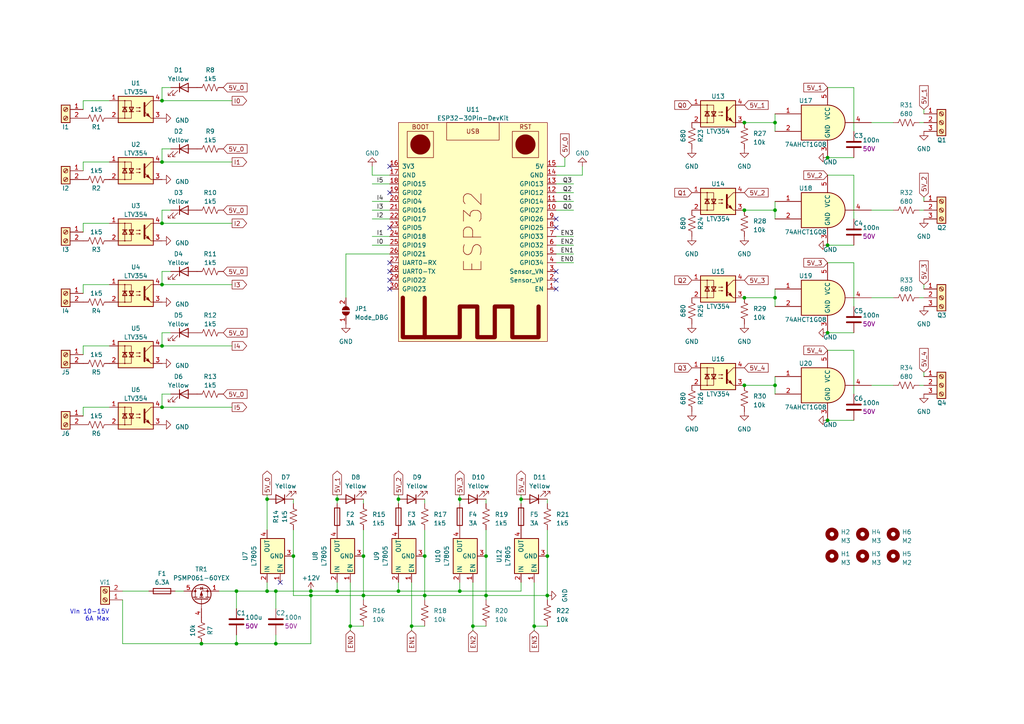
<source format=kicad_sch>
(kicad_sch (version 20230121) (generator eeschema)
  (paper "A4")
  (lib_symbols
    (symbol "4Pin Vreg:L7805" (pin_names (offset 0.254))
      (property "Reference" "U" (at -3.81 3.175 0))
      (property "Value" "L7805" (at 0 3.175 0))
      (symbol "L7805_1_1"
        (pin input line (at -7.62 -3.81 0) (length 2.54) (name "EN") (number "1"))
        (pin power_in line (at -7.62 0 0) (length 2.54) (name "IN") (number "2"))
        (pin power_in line (at 0 -7.62 90) (length 2.54) (name "GND") (number "3"))
        (pin power_out line (at 7.62 0 180) (length 2.54) (name "OUT") (number "4"))
      )
    )
    (symbol "74xGxx:74AHC1G08"
      (property "Reference" "U" (at -2.54 3.81 0))
      (property "Value" "74AHC1G08" (at 0 -3.81 0))
      (symbol "74AHC1G08_1_1"
        (pin input line (at -15.24 2.54 0) (length 7.62) (name "~") (number "1"))
        (pin input line (at -15.24 -2.54 0) (length 7.62) (name "~") (number "2"))
        (pin power_in line (at 0 -10.16 90) (length 5.08) (name "GND") (number "3"))
        (pin output line (at 12.7 0 180) (length 7.62) (name "~") (number "4"))
        (pin power_in line (at 0 10.16 270) (length 5.08) (name "VCC") (number "5"))
      )
    )
    (symbol "Connector:Screw_Terminal_01x02" (pin_names (offset 1.016) hide)
      (property "Reference" "J" (at 0 2.54 0))
      (property "Value" "Screw_Terminal_01x02" (at 0 -5.08 0))
      (symbol "Screw_Terminal_01x02_1_1"
        (pin passive line (at -5.08 0 0) (length 3.81) (name "Pin_1") (number "1"))
        (pin passive line (at -5.08 -2.54 0) (length 3.81) (name "Pin_2") (number "2"))
      )
    )
    (symbol "Connector:Screw_Terminal_01x03" (pin_names (offset 1.016) hide)
      (property "Reference" "J" (at 0 5.08 0))
      (property "Value" "Screw_Terminal_01x03" (at 0 -5.08 0))
      (symbol "Screw_Terminal_01x03_1_1"
        (pin passive line (at -5.08 2.54 0) (length 3.81) (name "Pin_1") (number "1"))
        (pin passive line (at -5.08 0 0) (length 3.81) (name "Pin_2") (number "2"))
        (pin passive line (at -5.08 -2.54 0) (length 3.81) (name "Pin_3") (number "3"))
      )
    )
    (symbol "Device:C" (pin_numbers hide) (pin_names (offset 0.254))
      (property "Reference" "C" (at 0.635 2.54 0))
      (property "Value" "C" (at 0.635 -2.54 0))
      (symbol "C_1_1"
        (pin passive line (at 0 3.81 270) (length 2.794) (name "~") (number "1"))
        (pin passive line (at 0 -3.81 90) (length 2.794) (name "~") (number "2"))
      )
    )
    (symbol "Device:Fuse" (pin_numbers hide) (pin_names (offset 0))
      (property "Reference" "F" (at 2.032 0 90))
      (property "Value" "Fuse" (at -1.905 0 90))
      (symbol "Fuse_1_1"
        (pin passive line (at 0 3.81 270) (length 1.27) (name "~") (number "1"))
        (pin passive line (at 0 -3.81 90) (length 1.27) (name "~") (number "2"))
      )
    )
    (symbol "Device:LED" (pin_numbers hide) (pin_names (offset 1.016) hide)
      (property "Reference" "D" (at 0 2.54 0))
      (property "Value" "LED" (at 0 -2.54 0))
      (symbol "LED_1_1"
        (pin passive line (at -3.81 0 0) (length 2.54) (name "K") (number "1"))
        (pin passive line (at 3.81 0 180) (length 2.54) (name "A") (number "2"))
      )
    )
    (symbol "Device:R_US" (pin_numbers hide) (pin_names (offset 0))
      (property "Reference" "R" (at 2.54 0 90))
      (property "Value" "R_US" (at -2.54 0 90))
      (symbol "R_US_1_1"
        (pin passive line (at 0 3.81 270) (length 1.27) (name "~") (number "1"))
        (pin passive line (at 0 -3.81 90) (length 1.27) (name "~") (number "2"))
      )
    )
    (symbol "Isolator:LTV-814" (pin_names (offset 1.016))
      (property "Reference" "U" (at -5.08 5.08 0))
      (property "Value" "LTV-814" (at 0 5.08 0))
      (symbol "LTV-814_1_1"
        (pin passive line (at -7.62 2.54 0) (length 2.54) (name "~") (number "1"))
        (pin passive line (at -7.62 -2.54 0) (length 2.54) (name "~") (number "2"))
        (pin passive line (at 7.62 -2.54 180) (length 2.54) (name "~") (number "3"))
        (pin passive line (at 7.62 2.54 180) (length 2.54) (name "~") (number "4"))
      )
    )
    (symbol "Jumper:SolderJumper_2_Open" (pin_names (offset 0) hide)
      (property "Reference" "JP" (at 0 2.032 0))
      (property "Value" "SolderJumper_2_Open" (at 0 -2.54 0))
      (symbol "SolderJumper_2_Open_1_1"
        (pin passive line (at -3.81 0 0) (length 2.54) (name "A") (number "1"))
        (pin passive line (at 3.81 0 180) (length 2.54) (name "B") (number "2"))
      )
    )
    (symbol "Mechanical:MountingHole" (pin_names (offset 1.016))
      (property "Reference" "H" (at 0 5.08 0))
      (property "Value" "MountingHole" (at 0 3.175 0))
    )
    (symbol "Transistor_FET:SiS443DN" (pin_names hide)
      (property "Reference" "Q" (at 5.08 1.905 0))
      (property "Value" "SiS443DN" (at 5.08 0 0))
      (symbol "SiS443DN_1_1"
        (pin passive line (at 2.54 -5.08 90) (length 2.54) (name "S") (number "1"))
        (pin passive line (at 2.54 -5.08 90) (length 2.54) hide (name "S") (number "2"))
        (pin passive line (at 2.54 -5.08 90) (length 2.54) hide (name "S") (number "3"))
        (pin passive line (at -5.08 0 0) (length 2.54) (name "G") (number "4"))
        (pin passive line (at 2.54 5.08 270) (length 2.54) (name "D") (number "5"))
      )
    )
    (symbol "esp32-devkit-v1:ESP32-30Pin-DevKit" (pin_names (offset 1.016))
      (property "Reference" "U" (at 0 33.02 0))
      (property "Value" "ESP32-30Pin-DevKit" (at 0 35.56 0))
      (symbol "ESP32-30Pin-DevKit_0_0"
        (text "BOOT" (at 15.24 -30.48 0) (effects (font (size 1.27 1.27))))
        (text "ESP32" (at 0 0 900) (effects (font (size 5.08 5.08))))
        (text "RST" (at -15.24 -30.48 0) (effects (font (size 1.27 1.27))))
        (text "USB" (at 0 -29.21 0) (effects (font (size 1.27 1.27))))
      )
      (symbol "ESP32-30Pin-DevKit_1_1"
        (pin passive line (at -24.13 16.51 0) (length 2.54) (name "EN") (number "1"))
        (pin bidirectional line (at -24.13 -6.35 0) (length 2.54) (name "GPIO27") (number "10"))
        (pin bidirectional line (at -24.13 -8.89 0) (length 2.54) (name "GPIO14") (number "11"))
        (pin bidirectional line (at -24.13 -11.43 0) (length 2.54) (name "GPIO12") (number "12"))
        (pin bidirectional line (at -24.13 -13.97 0) (length 2.54) (name "GPIO13") (number "13"))
        (pin power_in line (at -24.13 -16.51 0) (length 2.54) (name "GND") (number "14"))
        (pin power_in line (at -24.13 -19.05 0) (length 2.54) (name "5V") (number "15"))
        (pin power_in line (at 24.13 -19.05 180) (length 2.54) (name "3V3") (number "16"))
        (pin power_in line (at 24.13 -16.51 180) (length 2.54) (name "GND") (number "17"))
        (pin bidirectional line (at 24.13 -13.97 180) (length 2.54) (name "GPIO15") (number "18"))
        (pin bidirectional line (at 24.13 -11.43 180) (length 2.54) (name "GPIO2") (number "19"))
        (pin bidirectional line (at -24.13 13.97 0) (length 2.54) (name "Sensor_VP") (number "2"))
        (pin bidirectional line (at 24.13 -8.89 180) (length 2.54) (name "GPIO4") (number "20"))
        (pin bidirectional line (at 24.13 -6.35 180) (length 2.54) (name "GPIO16") (number "21"))
        (pin bidirectional line (at 24.13 -3.81 180) (length 2.54) (name "GPIO17") (number "22"))
        (pin bidirectional line (at 24.13 -1.27 180) (length 2.54) (name "GPIO5") (number "23"))
        (pin bidirectional line (at 24.13 1.27 180) (length 2.54) (name "GPIO18") (number "24"))
        (pin bidirectional line (at 24.13 3.81 180) (length 2.54) (name "GPIO19") (number "25"))
        (pin bidirectional line (at 24.13 6.35 180) (length 2.54) (name "GPIO21") (number "26"))
        (pin bidirectional line (at 24.13 8.89 180) (length 2.54) (name "UART0-RX") (number "27"))
        (pin bidirectional line (at 24.13 11.43 180) (length 2.54) (name "UART0-TX") (number "28"))
        (pin bidirectional line (at 24.13 13.97 180) (length 2.54) (name "GPIO22") (number "29"))
        (pin bidirectional line (at -24.13 11.43 0) (length 2.54) (name "Sensor_VN") (number "3"))
        (pin bidirectional line (at 24.13 16.51 180) (length 2.54) (name "GPIO23") (number "30"))
        (pin bidirectional line (at -24.13 8.89 0) (length 2.54) (name "GPIO34") (number "4"))
        (pin bidirectional line (at -24.13 6.35 0) (length 2.54) (name "GPIO35") (number "5"))
        (pin bidirectional line (at -24.13 3.81 0) (length 2.54) (name "GPIO32") (number "6"))
        (pin bidirectional line (at -24.13 1.27 0) (length 2.54) (name "GPIO33") (number "7"))
        (pin bidirectional line (at -24.13 -1.27 0) (length 2.54) (name "GPIO25") (number "8"))
        (pin bidirectional line (at -24.13 -3.81 0) (length 2.54) (name "GPIO26") (number "9"))
      )
    )
    (symbol "power:+12V" (power) (pin_names (offset 0))
      (property "Value" "+12V" (at 0 3.556 0))
      (symbol "+12V_1_1"
        (pin power_in line (at 0 0 90) (length 0) hide (name "+12V") (number "1"))
      )
    )
    (symbol "power:GND" (power) (pin_names (offset 0))
      (property "Value" "GND" (at 0 -3.81 0))
      (symbol "GND_1_1"
        (pin power_in line (at 0 0 270) (length 0) hide (name "GND") (number "1"))
      )
    )
  )
  (junction (at 240.03 45.72))
  (junction (at 46.99 100.33))
  (junction (at 240.03 71.12))
  (junction (at 115.57 171.45))
  (junction (at 105.41 172.72))
  (junction (at 137.16 181.61))
  (junction (at 68.58 171.45))
  (junction (at 133.35 171.45))
  (junction (at 123.19 161.29))
  (junction (at 224.79 35.56))
  (junction (at 215.9 60.96))
  (junction (at 80.01 186.69))
  (junction (at 224.79 86.36))
  (junction (at 46.99 46.99))
  (junction (at 154.94 181.61))
  (junction (at 77.47 144.78))
  (junction (at 140.97 172.72))
  (junction (at 46.99 118.11))
  (junction (at 215.9 86.36))
  (junction (at 85.09 161.29))
  (junction (at 224.79 111.76))
  (junction (at 97.79 144.78))
  (junction (at 77.47 171.45))
  (junction (at 46.99 29.21))
  (junction (at 80.01 171.45))
  (junction (at 97.79 171.45))
  (junction (at 240.03 96.52))
  (junction (at 58.42 186.69))
  (junction (at 215.9 111.76))
  (junction (at 115.57 144.78))
  (junction (at 101.6 181.61))
  (junction (at 240.03 121.92))
  (junction (at 119.38 181.61))
  (junction (at 151.13 144.78))
  (junction (at 68.58 186.69))
  (junction (at 90.17 171.45))
  (junction (at 158.75 161.29))
  (junction (at 123.19 172.72))
  (junction (at 46.99 64.77))
  (junction (at 46.99 82.55))
  (junction (at 133.35 144.78))
  (junction (at 105.41 161.29))
  (junction (at 90.17 172.72))
  (junction (at 140.97 161.29))
  (junction (at 158.75 172.72))
  (junction (at 224.79 60.96))
  (junction (at 215.9 35.56))
  (no_connect (at 161.29 81.28))
  (no_connect (at 113.03 83.82))
  (no_connect (at 161.29 63.5))
  (no_connect (at 161.29 78.74))
  (no_connect (at 113.03 78.74))
  (no_connect (at 113.03 55.88))
  (no_connect (at 161.29 66.04))
  (no_connect (at 81.28 168.91))
  (no_connect (at 113.03 76.2))
  (no_connect (at 161.29 83.82))
  (no_connect (at 113.03 81.28))
  (no_connect (at 113.03 66.04))
  (no_connect (at 113.03 48.26))
  (wire (pts (xy 158.75 172.72) (xy 158.75 161.29)))
  (wire (pts (xy 31.75 100.33) (xy 24.13 100.33)))
  (wire (pts (xy 119.38 181.61) (xy 119.38 182.88)))
  (wire (pts (xy 24.13 118.11) (xy 24.13 120.65)))
  (wire (pts (xy 247.65 25.4) (xy 247.65 38.1)))
  (wire (pts (xy 154.94 181.61) (xy 158.75 181.61)))
  (wire (pts (xy 67.31 29.21) (xy 46.99 29.21)))
  (wire (pts (xy 90.17 172.72) (xy 90.17 186.69)))
  (wire (pts (xy 133.35 143.51) (xy 133.35 144.78)))
  (wire (pts (xy 161.29 60.96) (xy 166.37 60.96)))
  (wire (pts (xy 168.91 50.8) (xy 168.91 48.26)))
  (wire (pts (xy 31.75 64.77) (xy 24.13 64.77)))
  (wire (pts (xy 240.03 25.4) (xy 247.65 25.4)))
  (wire (pts (xy 119.38 168.91) (xy 119.38 181.61)))
  (wire (pts (xy 80.01 176.53) (xy 80.01 171.45)))
  (wire (pts (xy 115.57 144.78) (xy 115.57 146.05)))
  (wire (pts (xy 247.65 50.8) (xy 247.65 63.5)))
  (wire (pts (xy 77.47 168.91) (xy 77.47 171.45)))
  (wire (pts (xy 115.57 171.45) (xy 97.79 171.45)))
  (wire (pts (xy 107.95 68.58) (xy 113.03 68.58)))
  (wire (pts (xy 107.95 53.34) (xy 113.03 53.34)))
  (wire (pts (xy 24.13 82.55) (xy 24.13 85.09)))
  (wire (pts (xy 123.19 172.72) (xy 123.19 161.29)))
  (wire (pts (xy 49.53 60.96) (xy 46.99 60.96)))
  (wire (pts (xy 266.7 35.56) (xy 267.97 35.56)))
  (wire (pts (xy 137.16 181.61) (xy 140.97 181.61)))
  (wire (pts (xy 224.79 35.56) (xy 224.79 38.1)))
  (wire (pts (xy 240.03 71.12) (xy 247.65 71.12)))
  (wire (pts (xy 68.58 186.69) (xy 80.01 186.69)))
  (wire (pts (xy 224.79 109.22) (xy 224.79 111.76)))
  (wire (pts (xy 101.6 181.61) (xy 105.41 181.61)))
  (wire (pts (xy 140.97 172.72) (xy 158.75 172.72)))
  (wire (pts (xy 107.95 71.12) (xy 113.03 71.12)))
  (wire (pts (xy 163.83 48.26) (xy 163.83 45.72)))
  (wire (pts (xy 105.41 161.29) (xy 105.41 172.72)))
  (wire (pts (xy 35.56 171.45) (xy 43.18 171.45)))
  (wire (pts (xy 252.73 35.56) (xy 259.08 35.56)))
  (wire (pts (xy 240.03 101.6) (xy 247.65 101.6)))
  (wire (pts (xy 151.13 144.78) (xy 151.13 146.05)))
  (wire (pts (xy 85.09 146.05) (xy 85.09 144.78)))
  (wire (pts (xy 240.03 121.92) (xy 247.65 121.92)))
  (wire (pts (xy 115.57 143.51) (xy 115.57 144.78)))
  (wire (pts (xy 80.01 184.15) (xy 80.01 186.69)))
  (wire (pts (xy 224.79 86.36) (xy 224.79 88.9)))
  (wire (pts (xy 161.29 68.58) (xy 166.37 68.58)))
  (wire (pts (xy 67.31 64.77) (xy 46.99 64.77)))
  (wire (pts (xy 107.95 48.26) (xy 107.95 50.8)))
  (wire (pts (xy 161.29 58.42) (xy 166.37 58.42)))
  (wire (pts (xy 215.9 86.36) (xy 224.79 86.36)))
  (wire (pts (xy 85.09 153.67) (xy 85.09 161.29)))
  (wire (pts (xy 49.53 114.3) (xy 46.99 114.3)))
  (wire (pts (xy 151.13 143.51) (xy 151.13 144.78)))
  (wire (pts (xy 31.75 29.21) (xy 24.13 29.21)))
  (wire (pts (xy 140.97 172.72) (xy 140.97 173.99)))
  (wire (pts (xy 46.99 25.4) (xy 46.99 29.21)))
  (wire (pts (xy 31.75 118.11) (xy 24.13 118.11)))
  (wire (pts (xy 90.17 186.69) (xy 80.01 186.69)))
  (wire (pts (xy 266.7 111.76) (xy 267.97 111.76)))
  (wire (pts (xy 161.29 48.26) (xy 163.83 48.26)))
  (wire (pts (xy 49.53 96.52) (xy 46.99 96.52)))
  (wire (pts (xy 266.7 60.96) (xy 267.97 60.96)))
  (wire (pts (xy 31.75 82.55) (xy 24.13 82.55)))
  (wire (pts (xy 80.01 171.45) (xy 90.17 171.45)))
  (wire (pts (xy 240.03 96.52) (xy 247.65 96.52)))
  (wire (pts (xy 77.47 143.51) (xy 77.47 144.78)))
  (wire (pts (xy 247.65 76.2) (xy 247.65 88.9)))
  (wire (pts (xy 107.95 58.42) (xy 113.03 58.42)))
  (wire (pts (xy 35.56 173.99) (xy 35.56 186.69)))
  (wire (pts (xy 240.03 45.72) (xy 247.65 45.72)))
  (wire (pts (xy 105.41 172.72) (xy 90.17 172.72)))
  (wire (pts (xy 115.57 171.45) (xy 115.57 168.91)))
  (wire (pts (xy 140.97 153.67) (xy 140.97 161.29)))
  (wire (pts (xy 63.5 171.45) (xy 68.58 171.45)))
  (wire (pts (xy 68.58 176.53) (xy 68.58 171.45)))
  (wire (pts (xy 161.29 71.12) (xy 166.37 71.12)))
  (wire (pts (xy 154.94 168.91) (xy 154.94 181.61)))
  (wire (pts (xy 105.41 172.72) (xy 105.41 173.99)))
  (wire (pts (xy 97.79 143.51) (xy 97.79 144.78)))
  (wire (pts (xy 49.53 43.18) (xy 46.99 43.18)))
  (wire (pts (xy 161.29 55.88) (xy 166.37 55.88)))
  (wire (pts (xy 101.6 168.91) (xy 101.6 181.61)))
  (wire (pts (xy 100.33 73.66) (xy 100.33 86.36)))
  (wire (pts (xy 252.73 60.96) (xy 259.08 60.96)))
  (wire (pts (xy 161.29 53.34) (xy 166.37 53.34)))
  (wire (pts (xy 105.41 146.05) (xy 105.41 144.78)))
  (wire (pts (xy 224.79 60.96) (xy 224.79 63.5)))
  (wire (pts (xy 67.31 46.99) (xy 46.99 46.99)))
  (wire (pts (xy 123.19 153.67) (xy 123.19 161.29)))
  (wire (pts (xy 252.73 111.76) (xy 259.08 111.76)))
  (wire (pts (xy 252.73 86.36) (xy 259.08 86.36)))
  (wire (pts (xy 158.75 153.67) (xy 158.75 161.29)))
  (wire (pts (xy 266.7 86.36) (xy 267.97 86.36)))
  (wire (pts (xy 24.13 29.21) (xy 24.13 31.75)))
  (wire (pts (xy 46.99 43.18) (xy 46.99 46.99)))
  (wire (pts (xy 133.35 171.45) (xy 115.57 171.45)))
  (wire (pts (xy 224.79 33.02) (xy 224.79 35.56)))
  (wire (pts (xy 46.99 96.52) (xy 46.99 100.33)))
  (wire (pts (xy 240.03 76.2) (xy 247.65 76.2)))
  (wire (pts (xy 161.29 50.8) (xy 168.91 50.8)))
  (wire (pts (xy 224.79 35.56) (xy 215.9 35.56)))
  (wire (pts (xy 46.99 60.96) (xy 46.99 64.77)))
  (wire (pts (xy 24.13 100.33) (xy 24.13 102.87)))
  (wire (pts (xy 67.31 118.11) (xy 46.99 118.11)))
  (wire (pts (xy 224.79 83.82) (xy 224.79 86.36)))
  (wire (pts (xy 35.56 186.69) (xy 58.42 186.69)))
  (wire (pts (xy 107.95 63.5) (xy 113.03 63.5)))
  (wire (pts (xy 158.75 172.72) (xy 158.75 173.99)))
  (wire (pts (xy 97.79 144.78) (xy 97.79 146.05)))
  (wire (pts (xy 161.29 73.66) (xy 166.37 73.66)))
  (wire (pts (xy 133.35 171.45) (xy 133.35 168.91)))
  (wire (pts (xy 24.13 46.99) (xy 24.13 49.53)))
  (wire (pts (xy 49.53 25.4) (xy 46.99 25.4)))
  (wire (pts (xy 151.13 171.45) (xy 133.35 171.45)))
  (wire (pts (xy 267.97 107.95) (xy 267.97 109.22)))
  (wire (pts (xy 77.47 144.78) (xy 77.47 153.67)))
  (wire (pts (xy 97.79 171.45) (xy 97.79 168.91)))
  (wire (pts (xy 119.38 181.61) (xy 123.19 181.61)))
  (wire (pts (xy 46.99 114.3) (xy 46.99 118.11)))
  (wire (pts (xy 224.79 58.42) (xy 224.79 60.96)))
  (wire (pts (xy 85.09 172.72) (xy 90.17 172.72)))
  (wire (pts (xy 151.13 168.91) (xy 151.13 171.45)))
  (wire (pts (xy 267.97 82.55) (xy 267.97 83.82)))
  (wire (pts (xy 137.16 168.91) (xy 137.16 181.61)))
  (wire (pts (xy 31.75 46.99) (xy 24.13 46.99)))
  (wire (pts (xy 158.75 146.05) (xy 158.75 144.78)))
  (wire (pts (xy 46.99 78.74) (xy 46.99 82.55)))
  (wire (pts (xy 101.6 181.61) (xy 101.6 182.88)))
  (wire (pts (xy 107.95 60.96) (xy 113.03 60.96)))
  (wire (pts (xy 113.03 73.66) (xy 100.33 73.66)))
  (wire (pts (xy 68.58 186.69) (xy 58.42 186.69)))
  (wire (pts (xy 67.31 100.33) (xy 46.99 100.33)))
  (wire (pts (xy 105.41 153.67) (xy 105.41 161.29)))
  (wire (pts (xy 123.19 172.72) (xy 123.19 173.99)))
  (wire (pts (xy 161.29 76.2) (xy 166.37 76.2)))
  (wire (pts (xy 77.47 171.45) (xy 80.01 171.45)))
  (wire (pts (xy 107.95 50.8) (xy 113.03 50.8)))
  (wire (pts (xy 24.13 64.77) (xy 24.13 67.31)))
  (wire (pts (xy 215.9 60.96) (xy 224.79 60.96)))
  (wire (pts (xy 154.94 181.61) (xy 154.94 182.88)))
  (wire (pts (xy 140.97 172.72) (xy 140.97 161.29)))
  (wire (pts (xy 140.97 146.05) (xy 140.97 144.78)))
  (wire (pts (xy 224.79 111.76) (xy 224.79 114.3)))
  (wire (pts (xy 97.79 171.45) (xy 90.17 171.45)))
  (wire (pts (xy 267.97 57.15) (xy 267.97 58.42)))
  (wire (pts (xy 68.58 184.15) (xy 68.58 186.69)))
  (wire (pts (xy 67.31 82.55) (xy 46.99 82.55)))
  (wire (pts (xy 123.19 146.05) (xy 123.19 144.78)))
  (wire (pts (xy 240.03 50.8) (xy 247.65 50.8)))
  (wire (pts (xy 123.19 172.72) (xy 140.97 172.72)))
  (wire (pts (xy 137.16 181.61) (xy 137.16 182.88)))
  (wire (pts (xy 215.9 111.76) (xy 224.79 111.76)))
  (wire (pts (xy 133.35 144.78) (xy 133.35 146.05)))
  (wire (pts (xy 247.65 101.6) (xy 247.65 114.3)))
  (wire (pts (xy 105.41 172.72) (xy 123.19 172.72)))
  (wire (pts (xy 85.09 161.29) (xy 85.09 172.72)))
  (wire (pts (xy 50.8 171.45) (xy 53.34 171.45)))
  (wire (pts (xy 68.58 171.45) (xy 77.47 171.45)))
  (wire (pts (xy 267.97 31.75) (xy 267.97 33.02)))
  (wire (pts (xy 49.53 78.74) (xy 46.99 78.74)))
  (text "VIn 10-15V\n6A Max" (at 31.75 180.34 0) (effects (font (size 1.27 1.27)) (justify right bottom)))
  (label "I5" (at 109.22 53.34 0))
  (label "I0" (at 109.22 71.12 0))
  (label "Q1" (at 163.195 58.42 0))
  (label "Q3" (at 163.195 53.34 0))
  (label "Q2" (at 163.195 55.88 0))
  (label "EN3" (at 162.56 68.58 0))
  (label "I2" (at 109.22 63.5 0))
  (label "I1" (at 109.22 68.58 0))
  (label "EN2" (at 162.56 71.12 0))
  (label "EN1" (at 162.56 73.66 0))
  (label "I3" (at 109.22 60.96 0))
  (label "I4" (at 109.22 58.42 0))
  (label "Q0" (at 163.195 60.96 0))
  (label "EN0" (at 162.56 76.2 0))
  (global_label "5V_3" (shape output) (at 133.35 143.51 90) (property "Intersheetrefs" "${INTERSHEET_REFS}" (effects hide)))
  (global_label "5V_2" (shape input) (at 240.03 50.8 180) (property "Intersheetrefs" "${INTERSHEET_REFS}" (effects hide)))
  (global_label "Q3" (shape input) (at 200.66 106.68 180) (property "Intersheetrefs" "${INTERSHEET_REFS}" (effects hide)))
  (global_label "5V_1" (shape output) (at 97.79 143.51 90) (property "Intersheetrefs" "${INTERSHEET_REFS}" (effects hide)))
  (global_label "I1" (shape output) (at 67.31 46.99 0) (property "Intersheetrefs" "${INTERSHEET_REFS}" (effects hide)))
  (global_label "Q2" (shape input) (at 200.66 81.28 180) (property "Intersheetrefs" "${INTERSHEET_REFS}" (effects hide)))
  (global_label "EN2" (shape input) (at 137.16 182.88 270) (property "Intersheetrefs" "${INTERSHEET_REFS}" (effects hide)))
  (global_label "I3" (shape output) (at 67.31 82.55 0) (property "Intersheetrefs" "${INTERSHEET_REFS}" (effects hide)))
  (global_label "I0" (shape output) (at 67.31 29.21 0) (property "Intersheetrefs" "${INTERSHEET_REFS}" (effects hide)))
  (global_label "5V_0" (shape input) (at 64.77 25.4 0) (property "Intersheetrefs" "${INTERSHEET_REFS}" (effects hide)))
  (global_label "5V_4" (shape output) (at 151.13 143.51 90) (property "Intersheetrefs" "${INTERSHEET_REFS}" (effects hide)))
  (global_label "5V_2" (shape output) (at 115.57 143.51 90) (property "Intersheetrefs" "${INTERSHEET_REFS}" (effects hide)))
  (global_label "5V_0" (shape input) (at 163.83 45.72 90) (property "Intersheetrefs" "${INTERSHEET_REFS}" (effects hide)))
  (global_label "I2" (shape output) (at 67.31 64.77 0) (property "Intersheetrefs" "${INTERSHEET_REFS}" (effects hide)))
  (global_label "5V_0" (shape input) (at 64.77 43.18 0) (property "Intersheetrefs" "${INTERSHEET_REFS}" (effects hide)))
  (global_label "5V_1" (shape input) (at 240.03 25.4 180) (property "Intersheetrefs" "${INTERSHEET_REFS}" (effects hide)))
  (global_label "5V_3" (shape input) (at 267.97 82.55 90) (property "Intersheetrefs" "${INTERSHEET_REFS}" (effects hide)))
  (global_label "EN3" (shape input) (at 154.94 182.88 270) (property "Intersheetrefs" "${INTERSHEET_REFS}" (effects hide)))
  (global_label "5V_1" (shape input) (at 215.9 30.48 0) (property "Intersheetrefs" "${INTERSHEET_REFS}" (effects hide)))
  (global_label "5V_0" (shape input) (at 64.77 60.96 0) (property "Intersheetrefs" "${INTERSHEET_REFS}" (effects hide)))
  (global_label "5V_3" (shape input) (at 215.9 81.28 0) (property "Intersheetrefs" "${INTERSHEET_REFS}" (effects hide)))
  (global_label "5V_0" (shape input) (at 64.77 78.74 0) (property "Intersheetrefs" "${INTERSHEET_REFS}" (effects hide)))
  (global_label "I5" (shape output) (at 67.31 118.11 0) (property "Intersheetrefs" "${INTERSHEET_REFS}" (effects hide)))
  (global_label "5V_4" (shape input) (at 267.97 107.95 90) (property "Intersheetrefs" "${INTERSHEET_REFS}" (effects hide)))
  (global_label "EN1" (shape input) (at 119.38 182.88 270) (property "Intersheetrefs" "${INTERSHEET_REFS}" (effects hide)))
  (global_label "5V_2" (shape input) (at 267.97 57.15 90) (property "Intersheetrefs" "${INTERSHEET_REFS}" (effects hide)))
  (global_label "5V_2" (shape input) (at 215.9 55.88 0) (property "Intersheetrefs" "${INTERSHEET_REFS}" (effects hide)))
  (global_label "5V_4" (shape input) (at 240.03 101.6 180) (property "Intersheetrefs" "${INTERSHEET_REFS}" (effects hide)))
  (global_label "5V_4" (shape input) (at 215.9 106.68 0) (property "Intersheetrefs" "${INTERSHEET_REFS}" (effects hide)))
  (global_label "5V_1" (shape input) (at 267.97 31.75 90) (property "Intersheetrefs" "${INTERSHEET_REFS}" (effects hide)))
  (global_label "Q1" (shape input) (at 200.66 55.88 180) (property "Intersheetrefs" "${INTERSHEET_REFS}" (effects hide)))
  (global_label "EN0" (shape input) (at 101.6 182.88 270) (property "Intersheetrefs" "${INTERSHEET_REFS}" (effects hide)))
  (global_label "I4" (shape output) (at 67.31 100.33 0) (property "Intersheetrefs" "${INTERSHEET_REFS}" (effects hide)))
  (global_label "5V_0" (shape input) (at 64.77 96.52 0) (property "Intersheetrefs" "${INTERSHEET_REFS}" (effects hide)))
  (global_label "5V_0" (shape input) (at 64.77 114.3 0) (property "Intersheetrefs" "${INTERSHEET_REFS}" (effects hide)))
  (global_label "Q0" (shape input) (at 200.66 30.48 180) (property "Intersheetrefs" "${INTERSHEET_REFS}" (effects hide)))
  (global_label "5V_0" (shape output) (at 77.47 143.51 90) (property "Intersheetrefs" "${INTERSHEET_REFS}" (effects hide)))
  (global_label "5V_3" (shape input) (at 240.03 76.2 180) (property "Intersheetrefs" "${INTERSHEET_REFS}" (effects hide)))
  (symbol (lib_id "4Pin Vreg:L7805") (at 115.57 161.29 90) (unit 1)
    (property "Reference" "U9" (at 109.22 161.29 0))
    (property "Value" "L7805" (at 111.76 161.29 0))
    (property "Footprint" "4Pin Vreg:Vreg_Module" (effects hide))
  )
  (symbol (lib_id "Device:R_US") (at 200.66 115.57 180) (unit 1)
    (property "Reference" "R26" (at 203.2 115.57 90))
    (property "Value" "680" (at 198.12 115.57 90))
    (property "Footprint" "Resistor_SMD:R_0603_1608Metric" (effects hide))
  )
  (symbol (lib_id "Isolator:LTV-814") (at 208.28 83.82 0) (unit 1)
    (property "Reference" "U15" (at 208.28 78.74 0))
    (property "Value" "LTV354" (at 208.28 88.9 0))
    (property "Footprint" "Package_DIP:DIP-4_W7.62mm_SMDSocket_SmallPads" (effects hide))
    (property "Datasheet" "https://optoelectronics.liteon.com/upload/download/DS70-2001-004/LTV-354T%20series%20201610.pdf" (effects hide))
    (property "Ref" "Lite-On LTV354" (effects hide))
  )
  (symbol (lib_id "Device:R_US") (at 215.9 115.57 0) (unit 1)
    (property "Reference" "R30" (at 218.44 114.935 0) (effects (justify left)))
    (property "Value" "10k" (at 218.44 117.475 0) (effects (justify left)))
    (property "Footprint" "Resistor_SMD:R_0603_1608Metric" (effects hide))
  )
  (symbol (lib_id "Device:R_US") (at 123.19 149.86 180) (unit 1)
    (property "Reference" "R17" (at 125.73 149.225 0) (effects (justify right)))
    (property "Value" "1k5" (at 125.73 151.765 0) (effects (justify right)))
    (property "Footprint" "Resistor_SMD:R_0603_1608Metric" (effects hide))
  )
  (symbol (lib_id "Connector:Screw_Terminal_01x02") (at 19.05 102.87 0) (mirror y) (unit 1)
    (property "Reference" "J5" (at 19.05 107.95 0))
    (property "Value" "Screw_Terminal_01x02" (effects hide))
    (property "Footprint" "TerminalBlock_Phoenix:TerminalBlock_Phoenix_MPT-0,5-2-2.54_1x02_P2.54mm_Horizontal" (effects hide))
    (property "Datasheet" "https://www.farnell.com/datasheets/3667850.pdf" (effects hide))
    (property "Ref" "Phoenix Contact MPT 0,5/ 2-2,54" (effects hide))
  )
  (symbol (lib_id "Connector:Screw_Terminal_01x02") (at 19.05 31.75 0) (mirror y) (unit 1)
    (property "Reference" "I1" (at 19.05 36.83 0))
    (property "Value" "Screw_Terminal_01x02" (effects hide))
    (property "Footprint" "TerminalBlock_Phoenix:TerminalBlock_Phoenix_MPT-0,5-2-2.54_1x02_P2.54mm_Horizontal" (effects hide))
    (property "Datasheet" "https://www.farnell.com/datasheets/3667850.pdf" (effects hide))
    (property "Ref" "Phoenix Contact MPT 0,5/ 2-2,54" (effects hide))
  )
  (symbol (lib_id "Device:R_US") (at 105.41 177.8 180) (unit 1)
    (property "Reference" "R16" (at 107.95 177.165 0) (effects (justify right)))
    (property "Value" "10k" (at 107.95 179.705 0) (effects (justify right)))
    (property "Footprint" "Resistor_SMD:R_0603_1608Metric" (effects hide))
  )
  (symbol (lib_id "Device:LED") (at 81.28 144.78 180) (unit 1)
    (property "Reference" "D7" (at 82.8675 138.43 0))
    (property "Value" "Yellow" (at 82.8675 140.97 0))
    (property "Footprint" "LED_SMD:LED_0603_1608Metric" (effects hide))
    (property "Ref" "MultiComp MP008278" (effects hide))
  )
  (symbol (lib_id "Device:R_US") (at 27.94 105.41 90) (unit 1)
    (property "Reference" "R5" (at 27.94 107.95 90))
    (property "Value" "1k5" (at 27.94 102.87 90))
    (property "Footprint" "Resistor_SMD:R_0603_1608Metric" (effects hide))
  )
  (symbol (lib_id "Connector:Screw_Terminal_01x02") (at 30.48 173.99 180) (unit 1)
    (property "Reference" "Vi1" (at 30.48 168.91 0))
    (property "Value" "Screw_Terminal_01x02" (effects hide))
    (property "Footprint" "TerminalBlock_Phoenix:TerminalBlock_Phoenix_MKDS-1,5-2-5.08_1x02_P5.08mm_Horizontal" (effects hide))
    (property "Datasheet" "https://www.farnell.com/datasheets/3667850.pdf" (effects hide))
    (property "Ref" "Phoenix Contact MPT 0,5/ 2-2,54" (effects hide))
  )
  (symbol (lib_id "power:GND") (at 215.9 43.18 0) (unit 1)
    (property "Reference" "#PWR015" (effects hide))
    (property "Value" "GND" (at 215.9 48.26 0))
  )
  (symbol (lib_id "Device:C") (at 68.58 180.34 0) (unit 1)
    (property "Reference" "C1" (at 68.58 177.8 0) (effects (justify left)))
    (property "Value" "100u" (at 71.12 179.07 0) (effects (justify left)))
    (property "Footprint" "Capacitor_SMD:C_1206_3216Metric" (effects hide))
    (property "Voltage" "50V" (at 71.12 181.61 0) (effects (justify left)))
  )
  (symbol (lib_id "power:GND") (at 200.66 93.98 0) (unit 1)
    (property "Reference" "#PWR013" (effects hide))
    (property "Value" "GND" (at 200.66 99.06 0))
  )
  (symbol (lib_id "Device:LED") (at 53.34 60.96 0) (unit 1)
    (property "Reference" "D3" (at 51.7525 55.88 0))
    (property "Value" "Yellow" (at 51.7525 58.42 0))
    (property "Footprint" "LED_SMD:LED_0603_1608Metric" (effects hide))
    (property "Ref" "MultiComp MP008278" (effects hide))
  )
  (symbol (lib_id "Jumper:SolderJumper_2_Open") (at 100.33 90.17 90) (unit 1)
    (property "Reference" "JP1" (at 102.87 89.535 90) (effects (justify right)))
    (property "Value" "Mode_DBG" (at 102.87 92.075 90) (effects (justify right)))
    (property "Footprint" "Jumper:SolderJumper-2_P1.3mm_Open_TrianglePad1.0x1.5mm" (effects hide))
    (property "Info" "Debug Mode" (effects hide))
  )
  (symbol (lib_id "74xGxx:74AHC1G08") (at 240.03 86.36 0) (unit 1)
    (property "Reference" "U19" (at 233.68 80.01 0))
    (property "Value" "74AHCT1G08" (at 233.68 92.71 0))
    (property "Footprint" "Package_TO_SOT_SMD:SOT-353_SC-70-5" (effects hide))
    (property "Datasheet" "http://www.ti.com/lit/sg/scyt129e/scyt129e.pdf" (effects hide))
    (property "Ref" "Nexperia 74AHCT1G08GW" (effects hide))
  )
  (symbol (lib_id "Device:Fuse") (at 46.99 171.45 270) (unit 1)
    (property "Reference" "F1" (at 46.99 166.37 90))
    (property "Value" "6.3A" (at 46.99 168.91 90))
    (property "Footprint" "Fuse:Fuseholder_Littelfuse_Nano2_154x" (effects hide))
    (property "Datasheet" "https://www.farnell.com/datasheets/3665660.pdf" (effects hide))
    (property "Ref" "MultiComp MCCFB2410TFF/C/6.3" (effects hide))
  )
  (symbol (lib_id "Isolator:LTV-814") (at 39.37 49.53 0) (unit 1)
    (property "Reference" "U2" (at 39.37 41.91 0))
    (property "Value" "LTV354" (at 39.37 44.45 0))
    (property "Footprint" "Package_DIP:DIP-4_W7.62mm_SMDSocket_SmallPads" (effects hide))
    (property "Datasheet" "https://optoelectronics.liteon.com/upload/download/DS70-2001-004/LTV-354T%20series%20201610.pdf" (effects hide))
    (property "Ref" "Lite-On LTV354" (effects hide))
  )
  (symbol (lib_id "power:GND") (at 100.33 93.98 0) (unit 1)
    (property "Reference" "#PWR027" (effects hide))
    (property "Value" "GND" (at 100.33 99.06 0))
  )
  (symbol (lib_id "Device:C") (at 247.65 67.31 0) (unit 1)
    (property "Reference" "C4" (at 247.65 64.77 0) (effects (justify left)))
    (property "Value" "100n" (at 250.19 66.04 0) (effects (justify left)))
    (property "Footprint" "Capacitor_SMD:C_0805_2012Metric" (effects hide))
    (property "Voltage" "50V" (at 250.19 68.58 0) (effects (justify left)))
  )
  (symbol (lib_id "power:GND") (at 267.97 38.1 0) (unit 1)
    (property "Reference" "#PWR023" (effects hide))
    (property "Value" "GND" (at 267.97 43.18 0))
  )
  (symbol (lib_id "Device:R_US") (at 200.66 64.77 180) (unit 1)
    (property "Reference" "R24" (at 203.2 64.77 90))
    (property "Value" "680" (at 198.12 64.77 90))
    (property "Footprint" "Resistor_SMD:R_0603_1608Metric" (effects hide))
  )
  (symbol (lib_id "Mechanical:MountingHole") (at 241.3 161.29 0) (unit 1)
    (property "Reference" "H1" (at 243.84 160.655 0) (effects (justify left)))
    (property "Value" "M3" (at 243.84 163.195 0) (effects (justify left)))
    (property "Footprint" "MountingHole:MountingHole_3.2mm_M3" (effects hide))
  )
  (symbol (lib_id "power:GND") (at 107.95 48.26 180) (unit 1)
    (property "Reference" "#PWR08" (effects hide))
    (property "Value" "GND" (at 107.95 44.45 0))
  )
  (symbol (lib_id "Mechanical:MountingHole") (at 241.3 154.94 0) (unit 1)
    (property "Reference" "H2" (at 243.84 154.305 0) (effects (justify left)))
    (property "Value" "M3" (at 243.84 156.845 0) (effects (justify left)))
    (property "Footprint" "MountingHole:MountingHole_3.2mm_M3" (effects hide))
  )
  (symbol (lib_id "Device:LED") (at 53.34 78.74 0) (unit 1)
    (property "Reference" "D4" (at 51.7525 73.66 0))
    (property "Value" "Yellow" (at 51.7525 76.2 0))
    (property "Footprint" "LED_SMD:LED_0603_1608Metric" (effects hide))
    (property "Ref" "MultiComp MP008278" (effects hide))
  )
  (symbol (lib_id "Device:LED") (at 119.38 144.78 180) (unit 1)
    (property "Reference" "D9" (at 120.9675 138.43 0))
    (property "Value" "Yellow" (at 120.9675 140.97 0))
    (property "Footprint" "LED_SMD:LED_0603_1608Metric" (effects hide))
    (property "Ref" "MultiComp MP008278" (effects hide))
  )
  (symbol (lib_id "Isolator:LTV-814") (at 39.37 85.09 0) (unit 1)
    (property "Reference" "U4" (at 39.37 77.47 0))
    (property "Value" "LTV354" (at 39.37 80.01 0))
    (property "Footprint" "Package_DIP:DIP-4_W7.62mm_SMDSocket_SmallPads" (effects hide))
    (property "Datasheet" "https://optoelectronics.liteon.com/upload/download/DS70-2001-004/LTV-354T%20series%20201610.pdf" (effects hide))
    (property "Ref" "Lite-On LTV354" (effects hide))
  )
  (symbol (lib_id "Device:Fuse") (at 97.79 149.86 180) (unit 1)
    (property "Reference" "F2" (at 100.33 149.225 0) (effects (justify right)))
    (property "Value" "3A" (at 100.33 151.765 0) (effects (justify right)))
    (property "Footprint" "Fuse:Fuseholder_Littelfuse_Nano2_154x" (effects hide))
    (property "Datasheet" "https://www.farnell.com/datasheets/3665660.pdf" (effects hide))
    (property "Ref" "MultiComp MCCFB2410TFF/C/3" (effects hide))
  )
  (symbol (lib_id "Mechanical:MountingHole") (at 259.08 154.94 0) (unit 1)
    (property "Reference" "H6" (at 261.62 154.305 0) (effects (justify left)))
    (property "Value" "M2" (at 261.62 156.845 0) (effects (justify left)))
    (property "Footprint" "MountingHole:MountingHole_2.2mm_M2" (effects hide))
  )
  (symbol (lib_id "Mechanical:MountingHole") (at 250.19 161.29 0) (unit 1)
    (property "Reference" "H3" (at 252.73 160.655 0) (effects (justify left)))
    (property "Value" "M3" (at 252.73 163.195 0) (effects (justify left)))
    (property "Footprint" "MountingHole:MountingHole_3.2mm_M3" (effects hide))
  )
  (symbol (lib_id "4Pin Vreg:L7805") (at 133.35 161.29 90) (unit 1)
    (property "Reference" "U10" (at 127 161.29 0))
    (property "Value" "L7805" (at 129.54 161.29 0))
    (property "Footprint" "4Pin Vreg:Vreg_Module" (effects hide))
  )
  (symbol (lib_id "power:GND") (at 240.03 96.52 270) (unit 1)
    (property "Reference" "#PWR021" (effects hide))
    (property "Value" "GND" (at 238.76 97.79 90) (effects (justify left)))
  )
  (symbol (lib_id "esp32-devkit-v1:ESP32-30Pin-DevKit") (at 137.16 67.31 180) (unit 1)
    (property "Reference" "U11" (at 137.16 31.75 0))
    (property "Value" "ESP32-30Pin-DevKit" (at 137.16 34.29 0))
    (property "Footprint" "ESP32-Devkit:ESP32-Devkit-30p" (effects hide))
  )
  (symbol (lib_id "Isolator:LTV-814") (at 208.28 58.42 0) (unit 1)
    (property "Reference" "U14" (at 208.28 53.34 0))
    (property "Value" "LTV354" (at 208.28 63.5 0))
    (property "Footprint" "Package_DIP:DIP-4_W7.62mm_SMDSocket_SmallPads" (effects hide))
    (property "Datasheet" "https://optoelectronics.liteon.com/upload/download/DS70-2001-004/LTV-354T%20series%20201610.pdf" (effects hide))
    (property "Ref" "Lite-On LTV354" (effects hide))
  )
  (symbol (lib_id "Device:Fuse") (at 133.35 149.86 180) (unit 1)
    (property "Reference" "F4" (at 135.89 149.225 0) (effects (justify right)))
    (property "Value" "3A" (at 135.89 151.765 0) (effects (justify right)))
    (property "Footprint" "Fuse:Fuseholder_Littelfuse_Nano2_154x" (effects hide))
    (property "Datasheet" "https://www.farnell.com/datasheets/3665660.pdf" (effects hide))
    (property "Ref" "MultiComp MCCFB2410TFF/C/3" (effects hide))
  )
  (symbol (lib_id "power:GND") (at 46.99 69.85 90) (unit 1)
    (property "Reference" "#PWR03" (effects hide))
    (property "Value" "GND" (at 50.8 70.485 90) (effects (justify right)))
  )
  (symbol (lib_id "power:GND") (at 215.9 93.98 0) (unit 1)
    (property "Reference" "#PWR017" (effects hide))
    (property "Value" "GND" (at 215.9 99.06 0))
  )
  (symbol (lib_id "Device:R_US") (at 140.97 149.86 180) (unit 1)
    (property "Reference" "R19" (at 143.51 149.225 0) (effects (justify right)))
    (property "Value" "1k5" (at 143.51 151.765 0) (effects (justify right)))
    (property "Footprint" "Resistor_SMD:R_0603_1608Metric" (effects hide))
  )
  (symbol (lib_id "Isolator:LTV-814") (at 39.37 67.31 0) (unit 1)
    (property "Reference" "U3" (at 39.37 59.69 0))
    (property "Value" "LTV354" (at 39.37 62.23 0))
    (property "Footprint" "Package_DIP:DIP-4_W7.62mm_SMDSocket_SmallPads" (effects hide))
    (property "Datasheet" "https://optoelectronics.liteon.com/upload/download/DS70-2001-004/LTV-354T%20series%20201610.pdf" (effects hide))
    (property "Ref" "Lite-On LTV354" (effects hide))
  )
  (symbol (lib_id "Device:R_US") (at 27.94 87.63 90) (unit 1)
    (property "Reference" "R4" (at 27.94 90.17 90))
    (property "Value" "1k5" (at 27.94 85.09 90))
    (property "Footprint" "Resistor_SMD:R_0603_1608Metric" (effects hide))
  )
  (symbol (lib_id "Device:LED") (at 53.34 114.3 0) (unit 1)
    (property "Reference" "D6" (at 51.7525 109.22 0))
    (property "Value" "Yellow" (at 51.7525 111.76 0))
    (property "Footprint" "LED_SMD:LED_0603_1608Metric" (effects hide))
    (property "Ref" "MultiComp MP008278" (effects hide))
  )
  (symbol (lib_id "power:GND") (at 46.99 123.19 90) (unit 1)
    (property "Reference" "#PWR06" (effects hide))
    (property "Value" "GND" (at 50.8 123.825 90) (effects (justify right)))
  )
  (symbol (lib_id "Device:R_US") (at 60.96 25.4 90) (unit 1)
    (property "Reference" "R8" (at 60.96 20.32 90))
    (property "Value" "1k5" (at 60.96 22.86 90))
    (property "Footprint" "Resistor_SMD:R_0603_1608Metric" (effects hide))
  )
  (symbol (lib_id "4Pin Vreg:L7805") (at 77.47 161.29 90) (unit 1)
    (property "Reference" "U7" (at 71.12 161.29 0))
    (property "Value" "L7805" (at 73.66 161.29 0))
    (property "Footprint" "4Pin Vreg:Vreg_Module" (effects hide))
  )
  (symbol (lib_id "Device:R_US") (at 60.96 78.74 90) (unit 1)
    (property "Reference" "R11" (at 60.96 73.66 90))
    (property "Value" "1k5" (at 60.96 76.2 90))
    (property "Footprint" "Resistor_SMD:R_0603_1608Metric" (effects hide))
  )
  (symbol (lib_id "Isolator:LTV-814") (at 39.37 120.65 0) (unit 1)
    (property "Reference" "U6" (at 39.37 113.03 0))
    (property "Value" "LTV354" (at 39.37 115.57 0))
    (property "Footprint" "Package_DIP:DIP-4_W7.62mm_SMDSocket_SmallPads" (effects hide))
    (property "Datasheet" "https://optoelectronics.liteon.com/upload/download/DS70-2001-004/LTV-354T%20series%20201610.pdf" (effects hide))
    (property "Ref" "Lite-On LTV354" (effects hide))
  )
  (symbol (lib_id "Device:R_US") (at 262.89 111.76 90) (unit 1)
    (property "Reference" "R34" (at 262.89 106.68 90))
    (property "Value" "680" (at 262.89 109.22 90))
    (property "Footprint" "Resistor_SMD:R_0603_1608Metric" (effects hide))
  )
  (symbol (lib_id "Connector:Screw_Terminal_01x03") (at 273.05 86.36 0) (unit 1)
    (property "Reference" "Q3" (at 271.78 91.44 0) (effects (justify left)))
    (property "Value" "Screw_Terminal_01x03" (effects hide))
    (property "Footprint" "TerminalBlock_Phoenix:TerminalBlock_Phoenix_MPT-0,5-3-2.54_1x03_P2.54mm_Horizontal" (effects hide))
    (property "Datasheet" "https://www.farnell.com/datasheets/2625961.pdf" (effects hide))
    (property "Ref" "Phoneix Contact MPT 0,5/ 3-2,54" (effects hide))
  )
  (symbol (lib_id "power:GND") (at 200.66 43.18 0) (unit 1)
    (property "Reference" "#PWR011" (effects hide))
    (property "Value" "GND" (at 200.66 48.26 0))
  )
  (symbol (lib_id "Isolator:LTV-814") (at 39.37 102.87 0) (unit 1)
    (property "Reference" "U5" (at 39.37 95.25 0))
    (property "Value" "LTV354" (at 39.37 97.79 0))
    (property "Footprint" "Package_DIP:DIP-4_W7.62mm_SMDSocket_SmallPads" (effects hide))
    (property "Datasheet" "https://optoelectronics.liteon.com/upload/download/DS70-2001-004/LTV-354T%20series%20201610.pdf" (effects hide))
    (property "Ref" "Lite-On LTV354" (effects hide))
  )
  (symbol (lib_id "power:GND") (at 46.99 52.07 90) (unit 1)
    (property "Reference" "#PWR02" (effects hide))
    (property "Value" "GND" (at 50.8 52.705 90) (effects (justify right)))
  )
  (symbol (lib_id "Device:R_US") (at 158.75 177.8 180) (unit 1)
    (property "Reference" "R22" (at 161.29 177.165 0) (effects (justify right)))
    (property "Value" "10k" (at 161.29 179.705 0) (effects (justify right)))
    (property "Footprint" "Resistor_SMD:R_0603_1608Metric" (effects hide))
  )
  (symbol (lib_id "Device:R_US") (at 60.96 96.52 90) (unit 1)
    (property "Reference" "R12" (at 60.96 91.44 90))
    (property "Value" "1k5" (at 60.96 93.98 90))
    (property "Footprint" "Resistor_SMD:R_0603_1608Metric" (effects hide))
  )
  (symbol (lib_id "power:GND") (at 46.99 87.63 90) (unit 1)
    (property "Reference" "#PWR04" (effects hide))
    (property "Value" "GND" (at 50.8 88.265 90) (effects (justify right)))
  )
  (symbol (lib_id "Device:R_US") (at 58.42 182.88 180) (unit 1)
    (property "Reference" "R7" (at 60.96 182.88 90))
    (property "Value" "10k" (at 55.88 182.88 90))
    (property "Footprint" "Resistor_SMD:R_0603_1608Metric" (effects hide))
  )
  (symbol (lib_id "power:GND") (at 215.9 119.38 0) (unit 1)
    (property "Reference" "#PWR018" (effects hide))
    (property "Value" "GND" (at 215.9 124.46 0))
  )
  (symbol (lib_id "power:GND") (at 267.97 63.5 0) (unit 1)
    (property "Reference" "#PWR024" (effects hide))
    (property "Value" "GND" (at 267.97 68.58 0))
  )
  (symbol (lib_id "Mechanical:MountingHole") (at 250.19 154.94 0) (unit 1)
    (property "Reference" "H4" (at 252.73 154.305 0) (effects (justify left)))
    (property "Value" "M3" (at 252.73 156.845 0) (effects (justify left)))
    (property "Footprint" "MountingHole:MountingHole_3.2mm_M3" (effects hide))
  )
  (symbol (lib_id "Connector:Screw_Terminal_01x03") (at 273.05 35.56 0) (unit 1)
    (property "Reference" "Q1" (at 271.78 40.64 0) (effects (justify left)))
    (property "Value" "Screw_Terminal_01x03" (effects hide))
    (property "Footprint" "TerminalBlock_Phoenix:TerminalBlock_Phoenix_MPT-0,5-3-2.54_1x03_P2.54mm_Horizontal" (effects hide))
    (property "Datasheet" "https://www.farnell.com/datasheets/2625961.pdf" (effects hide))
    (property "Ref" "Phoneix Contact MPT 0,5/ 3-2,54" (effects hide))
  )
  (symbol (lib_id "Device:R_US") (at 262.89 35.56 90) (unit 1)
    (property "Reference" "R31" (at 262.89 30.48 90))
    (property "Value" "680" (at 262.89 33.02 90))
    (property "Footprint" "Resistor_SMD:R_0603_1608Metric" (effects hide))
  )
  (symbol (lib_id "Device:R_US") (at 158.75 149.86 180) (unit 1)
    (property "Reference" "R21" (at 161.29 149.225 0) (effects (justify right)))
    (property "Value" "1k5" (at 161.29 151.765 0) (effects (justify right)))
    (property "Footprint" "Resistor_SMD:R_0603_1608Metric" (effects hide))
  )
  (symbol (lib_id "power:GND") (at 46.99 34.29 90) (unit 1)
    (property "Reference" "#PWR01" (effects hide))
    (property "Value" "GND" (at 50.8 34.925 90) (effects (justify right)))
  )
  (symbol (lib_id "74xGxx:74AHC1G08") (at 240.03 35.56 0) (unit 1)
    (property "Reference" "U17" (at 233.68 29.21 0))
    (property "Value" "74AHCT1G08" (at 233.68 41.91 0))
    (property "Footprint" "Package_TO_SOT_SMD:SOT-353_SC-70-5" (effects hide))
    (property "Datasheet" "http://www.ti.com/lit/sg/scyt129e/scyt129e.pdf" (effects hide))
    (property "Ref" "Nexperia 74AHCT1G08GW" (effects hide))
  )
  (symbol (lib_id "Device:R_US") (at 27.94 123.19 90) (unit 1)
    (property "Reference" "R6" (at 27.94 125.73 90))
    (property "Value" "1k5" (at 27.94 120.65 90))
    (property "Footprint" "Resistor_SMD:R_0603_1608Metric" (effects hide))
  )
  (symbol (lib_id "power:GND") (at 200.66 119.38 0) (unit 1)
    (property "Reference" "#PWR014" (effects hide))
    (property "Value" "GND" (at 200.66 124.46 0))
  )
  (symbol (lib_id "Device:R_US") (at 140.97 177.8 180) (unit 1)
    (property "Reference" "R20" (at 143.51 177.165 0) (effects (justify right)))
    (property "Value" "10k" (at 143.51 179.705 0) (effects (justify right)))
    (property "Footprint" "Resistor_SMD:R_0603_1608Metric" (effects hide))
  )
  (symbol (lib_id "74xGxx:74AHC1G08") (at 240.03 60.96 0) (unit 1)
    (property "Reference" "U18" (at 233.68 54.61 0))
    (property "Value" "74AHCT1G08" (at 233.68 67.31 0))
    (property "Footprint" "Package_TO_SOT_SMD:SOT-353_SC-70-5" (effects hide))
    (property "Datasheet" "http://www.ti.com/lit/sg/scyt129e/scyt129e.pdf" (effects hide))
    (property "Ref" "Nexperia 74AHCT1G08GW" (effects hide))
  )
  (symbol (lib_id "power:GND") (at 200.66 68.58 0) (unit 1)
    (property "Reference" "#PWR012" (effects hide))
    (property "Value" "GND" (at 200.66 73.66 0))
  )
  (symbol (lib_id "Mechanical:MountingHole") (at 259.08 161.29 0) (unit 1)
    (property "Reference" "H5" (at 261.62 160.655 0) (effects (justify left)))
    (property "Value" "M2" (at 261.62 163.195 0) (effects (justify left)))
    (property "Footprint" "MountingHole:MountingHole_2.2mm_M2" (effects hide))
  )
  (symbol (lib_id "Device:Fuse") (at 115.57 149.86 180) (unit 1)
    (property "Reference" "F3" (at 118.11 149.225 0) (effects (justify right)))
    (property "Value" "3A" (at 118.11 151.765 0) (effects (justify right)))
    (property "Footprint" "Fuse:Fuseholder_Littelfuse_Nano2_154x" (effects hide))
    (property "Datasheet" "https://www.farnell.com/datasheets/3665660.pdf" (effects hide))
    (property "Ref" "MultiComp MCCFB2410TFF/C/3" (effects hide))
  )
  (symbol (lib_id "Isolator:LTV-814") (at 208.28 109.22 0) (unit 1)
    (property "Reference" "U16" (at 208.28 104.14 0))
    (property "Value" "LTV354" (at 208.28 114.3 0))
    (property "Footprint" "Package_DIP:DIP-4_W7.62mm_SMDSocket_SmallPads" (effects hide))
    (property "Datasheet" "https://optoelectronics.liteon.com/upload/download/DS70-2001-004/LTV-354T%20series%20201610.pdf" (effects hide))
    (property "Ref" "Lite-On LTV354" (effects hide))
  )
  (symbol (lib_id "Device:R_US") (at 200.66 90.17 180) (unit 1)
    (property "Reference" "R25" (at 203.2 90.17 90))
    (property "Value" "680" (at 198.12 90.17 90))
    (property "Footprint" "Resistor_SMD:R_0603_1608Metric" (effects hide))
  )
  (symbol (lib_id "power:GND") (at 267.97 114.3 0) (unit 1)
    (property "Reference" "#PWR026" (effects hide))
    (property "Value" "GND" (at 267.97 119.38 0))
  )
  (symbol (lib_id "Connector:Screw_Terminal_01x02") (at 19.05 120.65 0) (mirror y) (unit 1)
    (property "Reference" "J6" (at 19.05 125.73 0))
    (property "Value" "Screw_Terminal_01x02" (effects hide))
    (property "Footprint" "TerminalBlock_Phoenix:TerminalBlock_Phoenix_MPT-0,5-2-2.54_1x02_P2.54mm_Horizontal" (effects hide))
    (property "Datasheet" "https://www.farnell.com/datasheets/3667850.pdf" (effects hide))
    (property "Ref" "Phoenix Contact MPT 0,5/ 2-2,54" (effects hide))
  )
  (symbol (lib_id "Device:R_US") (at 200.66 39.37 180) (unit 1)
    (property "Reference" "R23" (at 203.2 39.37 90))
    (property "Value" "680" (at 198.12 39.37 90))
    (property "Footprint" "Resistor_SMD:R_0603_1608Metric" (effects hide))
  )
  (symbol (lib_id "power:GND") (at 168.91 48.26 180) (unit 1)
    (property "Reference" "#PWR010" (effects hide))
    (property "Value" "GND" (at 168.91 44.45 0))
  )
  (symbol (lib_id "Connector:Screw_Terminal_01x03") (at 273.05 111.76 0) (unit 1)
    (property "Reference" "Q4" (at 271.78 116.84 0) (effects (justify left)))
    (property "Value" "Screw_Terminal_01x03" (effects hide))
    (property "Footprint" "TerminalBlock_Phoenix:TerminalBlock_Phoenix_MPT-0,5-3-2.54_1x03_P2.54mm_Horizontal" (effects hide))
    (property "Datasheet" "https://www.farnell.com/datasheets/2625961.pdf" (effects hide))
    (property "Ref" "Phoneix Contact MPT 0,5/ 3-2,54" (effects hide))
  )
  (symbol (lib_id "Device:R_US") (at 215.9 64.77 0) (unit 1)
    (property "Reference" "R28" (at 218.44 64.135 0) (effects (justify left)))
    (property "Value" "10k" (at 218.44 66.675 0) (effects (justify left)))
    (property "Footprint" "Resistor_SMD:R_0603_1608Metric" (effects hide))
  )
  (symbol (lib_id "Device:LED") (at 53.34 43.18 0) (unit 1)
    (property "Reference" "D2" (at 51.7525 38.1 0))
    (property "Value" "Yellow" (at 51.7525 40.64 0))
    (property "Footprint" "LED_SMD:LED_0603_1608Metric" (effects hide))
    (property "Ref" "MultiComp MP008278" (effects hide))
  )
  (symbol (lib_id "power:GND") (at 240.03 45.72 270) (unit 1)
    (property "Reference" "#PWR019" (effects hide))
    (property "Value" "GND" (at 238.76 46.99 90) (effects (justify left)))
  )
  (symbol (lib_id "Device:R_US") (at 123.19 177.8 180) (unit 1)
    (property "Reference" "R18" (at 125.73 177.165 0) (effects (justify right)))
    (property "Value" "10k" (at 125.73 179.705 0) (effects (justify right)))
    (property "Footprint" "Resistor_SMD:R_0603_1608Metric" (effects hide))
  )
  (symbol (lib_id "power:GND") (at 240.03 121.92 270) (unit 1)
    (property "Reference" "#PWR022" (effects hide))
    (property "Value" "GND" (at 238.76 123.19 90) (effects (justify left)))
  )
  (symbol (lib_id "power:GND") (at 267.97 88.9 0) (unit 1)
    (property "Reference" "#PWR025" (effects hide))
    (property "Value" "GND" (at 267.97 93.98 0))
  )
  (symbol (lib_id "power:GND") (at 215.9 68.58 0) (unit 1)
    (property "Reference" "#PWR016" (effects hide))
    (property "Value" "GND" (at 215.9 73.66 0))
  )
  (symbol (lib_id "Device:LED") (at 154.94 144.78 180) (unit 1)
    (property "Reference" "D11" (at 156.5275 138.43 0))
    (property "Value" "Yellow" (at 156.5275 140.97 0))
    (property "Footprint" "LED_SMD:LED_0603_1608Metric" (effects hide))
    (property "Ref" "MultiComp MP008278" (effects hide))
  )
  (symbol (lib_id "Device:R_US") (at 262.89 86.36 90) (unit 1)
    (property "Reference" "R33" (at 262.89 81.28 90))
    (property "Value" "680" (at 262.89 83.82 90))
    (property "Footprint" "Resistor_SMD:R_0603_1608Metric" (effects hide))
  )
  (symbol (lib_id "Device:LED") (at 101.6 144.78 180) (unit 1)
    (property "Reference" "D8" (at 103.1875 138.43 0))
    (property "Value" "Yellow" (at 103.1875 140.97 0))
    (property "Footprint" "LED_SMD:LED_0603_1608Metric" (effects hide))
    (property "Ref" "MultiComp MP008278" (effects hide))
  )
  (symbol (lib_id "Device:LED") (at 53.34 96.52 0) (unit 1)
    (property "Reference" "D5" (at 51.7525 91.44 0))
    (property "Value" "Yellow" (at 51.7525 93.98 0))
    (property "Footprint" "LED_SMD:LED_0603_1608Metric" (effects hide))
    (property "Ref" "MultiComp MP008278" (effects hide))
  )
  (symbol (lib_id "power:GND") (at 240.03 71.12 270) (unit 1)
    (property "Reference" "#PWR020" (effects hide))
    (property "Value" "GND" (at 238.76 72.39 90) (effects (justify left)))
  )
  (symbol (lib_id "Device:C") (at 80.01 180.34 0) (unit 1)
    (property "Reference" "C2" (at 80.01 177.8 0) (effects (justify left)))
    (property "Value" "100n" (at 82.55 179.07 0) (effects (justify left)))
    (property "Footprint" "Capacitor_SMD:C_0805_2012Metric" (effects hide))
    (property "Voltage" "50V" (at 82.55 181.61 0) (effects (justify left)))
  )
  (symbol (lib_id "Device:C") (at 247.65 118.11 0) (unit 1)
    (property "Reference" "C6" (at 247.65 115.57 0) (effects (justify left)))
    (property "Value" "100n" (at 250.19 116.84 0) (effects (justify left)))
    (property "Footprint" "Capacitor_SMD:C_0805_2012Metric" (effects hide))
    (property "Voltage" "50V" (at 250.19 119.38 0) (effects (justify left)))
  )
  (symbol (lib_id "Device:R_US") (at 27.94 52.07 90) (unit 1)
    (property "Reference" "R2" (at 27.94 54.61 90))
    (property "Value" "1k5" (at 27.94 49.53 90))
    (property "Footprint" "Resistor_SMD:R_0603_1608Metric" (effects hide))
  )
  (symbol (lib_id "Device:C") (at 247.65 41.91 0) (unit 1)
    (property "Reference" "C3" (at 247.65 39.37 0) (effects (justify left)))
    (property "Value" "100n" (at 250.19 40.64 0) (effects (justify left)))
    (property "Footprint" "Capacitor_SMD:C_0805_2012Metric" (effects hide))
    (property "Voltage" "50V" (at 250.19 43.18 0) (effects (justify left)))
  )
  (symbol (lib_id "4Pin Vreg:L7805") (at 97.79 161.29 90) (unit 1)
    (property "Reference" "U8" (at 91.44 161.29 0))
    (property "Value" "L7805" (at 93.98 161.29 0))
    (property "Footprint" "4Pin Vreg:Vreg_Module" (effects hide))
  )
  (symbol (lib_id "Device:Fuse") (at 151.13 149.86 180) (unit 1)
    (property "Reference" "F5" (at 153.67 149.225 0) (effects (justify right)))
    (property "Value" "3A" (at 153.67 151.765 0) (effects (justify right)))
    (property "Footprint" "Fuse:Fuseholder_Littelfuse_Nano2_154x" (effects hide))
    (property "Datasheet" "https://www.farnell.com/datasheets/3665660.pdf" (effects hide))
    (property "Ref" "MultiComp MCCFB2410TFF/C/3" (effects hide))
  )
  (symbol (lib_id "power:GND") (at 46.99 105.41 90) (unit 1)
    (property "Reference" "#PWR05" (effects hide))
    (property "Value" "GND" (at 50.8 106.045 90) (effects (justify right)))
  )
  (symbol (lib_id "Device:R_US") (at 85.09 149.86 180) (unit 1)
    (property "Reference" "R14" (at 80.01 149.86 90))
    (property "Value" "1k5" (at 82.55 149.86 90))
    (property "Footprint" "Resistor_SMD:R_0603_1608Metric" (effects hide))
  )
  (symbol (lib_id "4Pin Vreg:L7805") (at 151.13 161.29 90) (unit 1)
    (property "Reference" "U12" (at 144.78 161.29 0))
    (property "Value" "L7805" (at 147.32 161.29 0))
    (property "Footprint" "4Pin Vreg:Vreg_Module" (effects hide))
  )
  (symbol (lib_id "power:GND") (at 158.75 172.72 90) (unit 1)
    (property "Reference" "#PWR09" (effects hide))
    (property "Value" "GND" (at 163.83 172.72 0))
  )
  (symbol (lib_id "Device:R_US") (at 105.41 149.86 180) (unit 1)
    (property "Reference" "R15" (at 107.95 149.225 0) (effects (justify right)))
    (property "Value" "1k5" (at 107.95 151.765 0) (effects (justify right)))
    (property "Footprint" "Resistor_SMD:R_0603_1608Metric" (effects hide))
  )
  (symbol (lib_id "Transistor_FET:SiS443DN") (at 58.42 173.99 90) (unit 1)
    (property "Reference" "TR1" (at 58.42 165.1 90))
    (property "Value" "PSMP061-60YEX" (at 58.42 167.64 90))
    (property "Footprint" "Package_TO_SOT_SMD:LFPAK56" (effects hide))
    (property "Datasheet" "https://www.vishay.com/docs/63253/sis443dn.pdf" (effects hide))
    (property "Sim.Device" "PMOS" (effects hide))
    (property "Sim.Type" "VDMOS" (effects hide))
    (property "Sim.Pins" "1=D 2=G 3=S" (effects hide))
    (property "Ref" "Nexperia PSMP061-60YEX" (effects hide))
  )
  (symbol (lib_id "power:+12V") (at 90.17 171.45 0) (unit 1)
    (property "Reference" "#PWR07" (effects hide))
    (property "Value" "+12V" (at 90.17 167.64 0))
  )
  (symbol (lib_id "Connector:Screw_Terminal_01x02") (at 19.05 67.31 0) (mirror y) (unit 1)
    (property "Reference" "I3" (at 19.05 72.39 0))
    (property "Value" "Screw_Terminal_01x02" (effects hide))
    (property "Footprint" "TerminalBlock_Phoenix:TerminalBlock_Phoenix_MPT-0,5-2-2.54_1x02_P2.54mm_Horizontal" (effects hide))
    (property "Datasheet" "https://www.farnell.com/datasheets/3667850.pdf" (effects hide))
    (property "Ref" "Phoenix Contact MPT 0,5/ 2-2,54" (effects hide))
  )
  (symbol (lib_id "Device:LED") (at 137.16 144.78 180) (unit 1)
    (property "Reference" "D10" (at 138.7475 138.43 0))
    (property "Value" "Yellow" (at 138.7475 140.97 0))
    (property "Footprint" "LED_SMD:LED_0603_1608Metric" (effects hide))
    (property "Ref" "MultiComp MP008278" (effects hide))
  )
  (symbol (lib_id "Device:R_US") (at 215.9 90.17 0) (unit 1)
    (property "Reference" "R29" (at 218.44 89.535 0) (effects (justify left)))
    (property "Value" "10k" (at 218.44 92.075 0) (effects (justify left)))
    (property "Footprint" "Resistor_SMD:R_0603_1608Metric" (effects hide))
  )
  (symbol (lib_id "Connector:Screw_Terminal_01x02") (at 19.05 49.53 0) (mirror y) (unit 1)
    (property "Reference" "I2" (at 19.05 54.61 0))
    (property "Value" "Screw_Terminal_01x02" (effects hide))
    (property "Footprint" "TerminalBlock_Phoenix:TerminalBlock_Phoenix_MPT-0,5-2-2.54_1x02_P2.54mm_Horizontal" (effects hide))
    (property "Datasheet" "https://www.farnell.com/datasheets/3667850.pdf" (effects hide))
    (property "Ref" "Phoenix Contact MPT 0,5/ 2-2,54" (effects hide))
  )
  (symbol (lib_id "Device:R_US") (at 27.94 34.29 90) (unit 1)
    (property "Reference" "R1" (at 27.94 36.83 90))
    (property "Value" "1k5" (at 27.94 31.75 90))
    (property "Footprint" "Resistor_SMD:R_0603_1608Metric" (effects hide))
  )
  (symbol (lib_id "Connector:Screw_Terminal_01x02") (at 19.05 85.09 0) (mirror y) (unit 1)
    (property "Reference" "I4" (at 19.05 90.17 0))
    (property "Value" "Screw_Terminal_01x02" (effects hide))
    (property "Footprint" "TerminalBlock_Phoenix:TerminalBlock_Phoenix_MPT-0,5-2-2.54_1x02_P2.54mm_Horizontal" (effects hide))
    (property "Datasheet" "https://www.farnell.com/datasheets/3667850.pdf" (effects hide))
    (property "Ref" "Phoenix Contact MPT 0,5/ 2-2,54" (effects hide))
  )
  (symbol (lib_id "Device:C") (at 247.65 92.71 0) (unit 1)
    (property "Reference" "C5" (at 247.65 90.17 0) (effects (justify left)))
    (property "Value" "100n" (at 250.19 91.44 0) (effects (justify left)))
    (property "Footprint" "Capacitor_SMD:C_0805_2012Metric" (effects hide))
    (property "Voltage" "50V" (at 250.19 93.98 0) (effects (justify left)))
  )
  (symbol (lib_id "Device:R_US") (at 27.94 69.85 90) (unit 1)
    (property "Reference" "R3" (at 27.94 72.39 90))
    (property "Value" "1k5" (at 27.94 67.31 90))
    (property "Footprint" "Resistor_SMD:R_0603_1608Metric" (effects hide))
  )
  (symbol (lib_id "Isolator:LTV-814") (at 39.37 31.75 0) (unit 1)
    (property "Reference" "U1" (at 39.37 24.13 0))
    (property "Value" "LTV354" (at 39.37 26.67 0))
    (property "Footprint" "Package_DIP:DIP-4_W7.62mm_SMDSocket_SmallPads" (effects hide))
    (property "Datasheet" "https://optoelectronics.liteon.com/upload/download/DS70-2001-004/LTV-354T%20series%20201610.pdf" (effects hide))
    (property "Ref" "Lite-On LTV354" (effects hide))
  )
  (symbol (lib_id "Isolator:LTV-814") (at 208.28 33.02 0) (unit 1)
    (property "Reference" "U13" (at 208.28 27.94 0))
    (property "Value" "LTV354" (at 208.28 38.1 0))
    (property "Footprint" "Package_DIP:DIP-4_W7.62mm_SMDSocket_SmallPads" (effects hide))
    (property "Datasheet" "https://optoelectronics.liteon.com/upload/download/DS70-2001-004/LTV-354T%20series%20201610.pdf" (effects hide))
    (property "Ref" "Lite-On LTV354" (effects hide))
  )
  (symbol (lib_id "74xGxx:74AHC1G08") (at 240.03 111.76 0) (unit 1)
    (property "Reference" "U20" (at 233.68 105.41 0))
    (property "Value" "74AHCT1G08" (at 233.68 118.11 0))
    (property "Footprint" "Package_TO_SOT_SMD:SOT-353_SC-70-5" (effects hide))
    (property "Datasheet" "http://www.ti.com/lit/sg/scyt129e/scyt129e.pdf" (effects hide))
    (property "Ref" "Nexperia 74AHCT1G08GW" (effects hide))
  )
  (symbol (lib_id "Device:R_US") (at 262.89 60.96 90) (unit 1)
    (property "Reference" "R32" (at 262.89 55.88 90))
    (property "Value" "680" (at 262.89 58.42 90))
    (property "Footprint" "Resistor_SMD:R_0603_1608Metric" (effects hide))
  )
  (symbol (lib_id "Device:R_US") (at 60.96 114.3 90) (unit 1)
    (property "Reference" "R13" (at 60.96 109.22 90))
    (property "Value" "1k5" (at 60.96 111.76 90))
    (property "Footprint" "Resistor_SMD:R_0603_1608Metric" (effects hide))
  )
  (symbol (lib_id "Device:R_US") (at 60.96 43.18 90) (unit 1)
    (property "Reference" "R9" (at 60.96 38.1 90))
    (property "Value" "1k5" (at 60.96 40.64 90))
    (property "Footprint" "Resistor_SMD:R_0603_1608Metric" (effects hide))
  )
  (symbol (lib_id "Device:LED") (at 53.34 25.4 0) (unit 1)
    (property "Reference" "D1" (at 51.7525 20.32 0))
    (property "Value" "Yellow" (at 51.7525 22.86 0))
    (property "Footprint" "LED_SMD:LED_0603_1608Metric" (effects hide))
    (property "Ref" "MultiComp MP008278" (effects hide))
  )
  (symbol (lib_id "Device:R_US") (at 215.9 39.37 0) (unit 1)
    (property "Reference" "R27" (at 218.44 38.735 0) (effects (justify left)))
    (property "Value" "10k" (at 218.44 41.275 0) (effects (justify left)))
    (property "Footprint" "Resistor_SMD:R_0603_1608Metric" (effects hide))
  )
  (symbol (lib_id "Device:R_US") (at 60.96 60.96 90) (unit 1)
    (property "Reference" "R10" (at 60.96 55.88 90))
    (property "Value" "1k5" (at 60.96 58.42 90))
    (property "Footprint" "Resistor_SMD:R_0603_1608Metric" (effects hide))
  )
  (symbol (lib_id "Connector:Screw_Terminal_01x03") (at 273.05 60.96 0) (unit 1)
    (property "Reference" "Q2" (at 271.78 66.04 0) (effects (justify left)))
    (property "Value" "Screw_Terminal_01x03" (effects hide))
    (property "Footprint" "TerminalBlock_Phoenix:TerminalBlock_Phoenix_MPT-0,5-3-2.54_1x03_P2.54mm_Horizontal" (effects hide))
    (property "Datasheet" "https://www.farnell.com/datasheets/2625961.pdf" (effects hide))
    (property "Ref" "Phoneix Contact MPT 0,5/ 3-2,54" (effects hide))
  )
)
</source>
